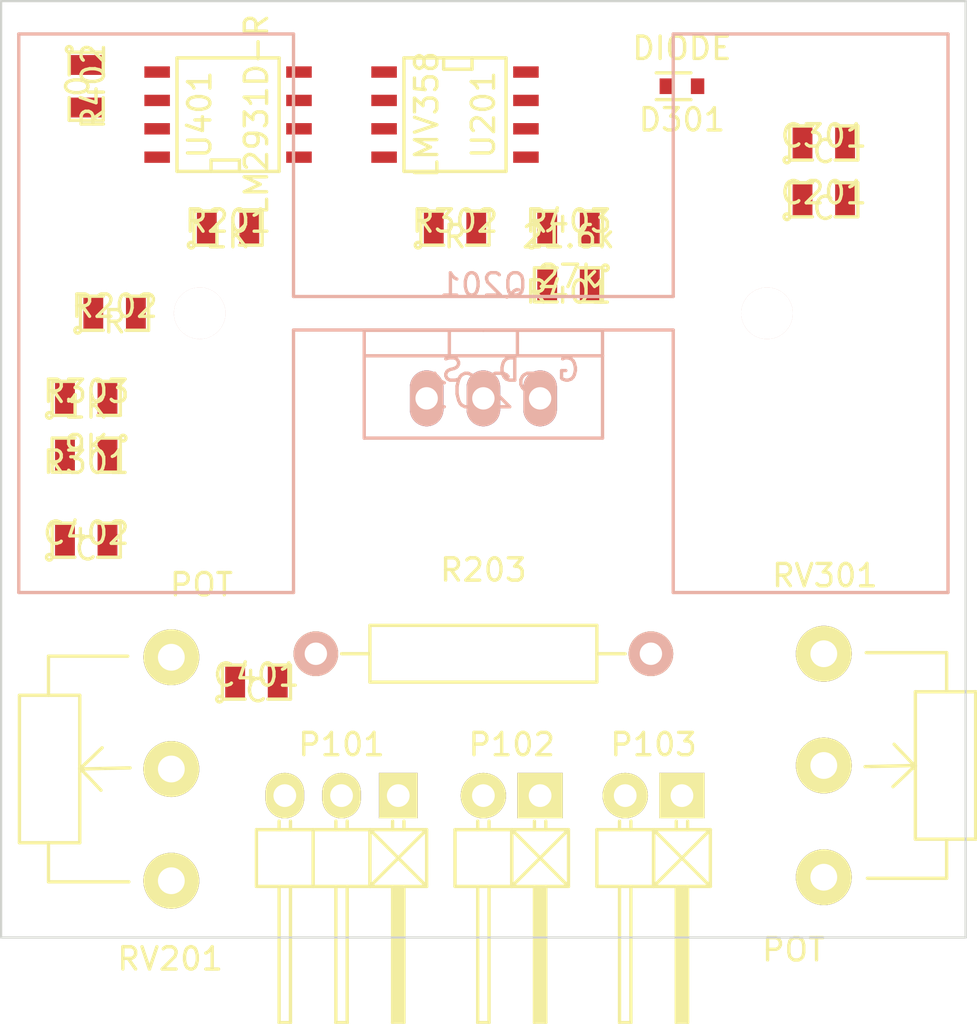
<source format=kicad_pcb>
(kicad_pcb (version 4) (host pcbnew 0.201502171246+5425~21~ubuntu14.04.1-product)

  (general
    (links 42)
    (no_connects 42)
    (area 94.262429 40.589999 139.208581 86.689001)
    (thickness 1.6)
    (drawings 4)
    (tracks 0)
    (zones 0)
    (modules 23)
    (nets 19)
  )

  (page A4)
  (layers
    (0 F.Cu signal)
    (31 B.Cu signal)
    (32 B.Adhes user)
    (33 F.Adhes user)
    (34 B.Paste user)
    (35 F.Paste user)
    (36 B.SilkS user hide)
    (37 F.SilkS user)
    (38 B.Mask user)
    (39 F.Mask user)
    (40 Dwgs.User user)
    (41 Cmts.User user)
    (42 Eco1.User user)
    (43 Eco2.User user)
    (44 Edge.Cuts user)
    (45 Margin user)
    (46 B.CrtYd user)
    (47 F.CrtYd user)
    (48 B.Fab user)
    (49 F.Fab user)
  )

  (setup
    (last_trace_width 0.254)
    (trace_clearance 0.254)
    (zone_clearance 0.508)
    (zone_45_only no)
    (trace_min 0.254)
    (segment_width 0.2)
    (edge_width 0.1)
    (via_size 0.889)
    (via_drill 0.635)
    (via_min_size 0.889)
    (via_min_drill 0.508)
    (uvia_size 0.508)
    (uvia_drill 0.127)
    (uvias_allowed no)
    (uvia_min_size 0.508)
    (uvia_min_drill 0.127)
    (pcb_text_width 0.3)
    (pcb_text_size 1.5 1.5)
    (mod_edge_width 0.15)
    (mod_text_size 1 1)
    (mod_text_width 0.15)
    (pad_size 1.5 1.5)
    (pad_drill 0.6)
    (pad_to_mask_clearance 0)
    (aux_axis_origin 0 0)
    (visible_elements FFFFF77F)
    (pcbplotparams
      (layerselection 0x00030_80000001)
      (usegerberextensions false)
      (excludeedgelayer true)
      (linewidth 0.100000)
      (plotframeref false)
      (viasonmask false)
      (mode 1)
      (useauxorigin false)
      (hpglpennumber 1)
      (hpglpenspeed 20)
      (hpglpendiameter 15)
      (hpglpenoverlay 2)
      (psnegative false)
      (psa4output false)
      (plotreference true)
      (plotvalue true)
      (plotinvisibletext false)
      (padsonsilk false)
      (subtractmaskfromsilk false)
      (outputformat 1)
      (mirror false)
      (drillshape 1)
      (scaleselection 1)
      (outputdirectory ""))
  )

  (net 0 "")
  (net 1 2.7V)
  (net 2 GND)
  (net 3 "/Power Regulation/Vin")
  (net 4 "/Current Control/FET_GATE")
  (net 5 "Net-(D301-Pad2)")
  (net 6 "Net-(P101-Pad1)")
  (net 7 "/Current Control/Current_Sink+")
  (net 8 "Net-(Q201-PadS)")
  (net 9 "Net-(R201-Pad2)")
  (net 10 "Net-(R202-Pad1)")
  (net 11 "Net-(R301-Pad2)")
  (net 12 "Net-(R302-Pad1)")
  (net 13 "Net-(R401-Pad1)")
  (net 14 "Net-(R401-Pad2)")
  (net 15 "Net-(R402-Pad1)")
  (net 16 "Net-(RV201-Pad1)")
  (net 17 "Net-(RV301-Pad1)")
  (net 18 "Net-(U401-Pad1)")

  (net_class Default "This is the default net class."
    (clearance 0.254)
    (trace_width 0.254)
    (via_dia 0.889)
    (via_drill 0.635)
    (uvia_dia 0.508)
    (uvia_drill 0.127)
    (add_net "/Current Control/Current_Sink+")
    (add_net "/Current Control/FET_GATE")
    (add_net "/Power Regulation/Vin")
    (add_net 2.7V)
    (add_net GND)
    (add_net "Net-(D301-Pad2)")
    (add_net "Net-(P101-Pad1)")
    (add_net "Net-(Q201-PadS)")
    (add_net "Net-(R201-Pad2)")
    (add_net "Net-(R202-Pad1)")
    (add_net "Net-(R301-Pad2)")
    (add_net "Net-(R302-Pad1)")
    (add_net "Net-(R401-Pad1)")
    (add_net "Net-(R401-Pad2)")
    (add_net "Net-(R402-Pad1)")
    (add_net "Net-(RV201-Pad1)")
    (add_net "Net-(RV301-Pad1)")
    (add_net "Net-(U401-Pad1)")
  )

  (module SMD_Packages:SMD-0805 (layer F.Cu) (tedit 54E3B9ED) (tstamp 54E3BA3F)
    (at 132.08 49.53)
    (path /54E38472/54E393B0)
    (attr smd)
    (fp_text reference C201 (at 0 -0.3175) (layer F.SilkS)
      (effects (font (size 1 1) (thickness 0.15)))
    )
    (fp_text value C (at 0 0.381) (layer F.SilkS)
      (effects (font (size 1 1) (thickness 0.15)))
    )
    (fp_circle (center -1.651 0.762) (end -1.651 0.635) (layer F.SilkS) (width 0.15))
    (fp_line (start -0.508 0.762) (end -1.524 0.762) (layer F.SilkS) (width 0.15))
    (fp_line (start -1.524 0.762) (end -1.524 -0.762) (layer F.SilkS) (width 0.15))
    (fp_line (start -1.524 -0.762) (end -0.508 -0.762) (layer F.SilkS) (width 0.15))
    (fp_line (start 0.508 -0.762) (end 1.524 -0.762) (layer F.SilkS) (width 0.15))
    (fp_line (start 1.524 -0.762) (end 1.524 0.762) (layer F.SilkS) (width 0.15))
    (fp_line (start 1.524 0.762) (end 0.508 0.762) (layer F.SilkS) (width 0.15))
    (pad 1 smd rect (at -0.9525 0) (size 0.889 1.397) (layers F.Cu F.Paste F.Mask)
      (net 1 2.7V))
    (pad 2 smd rect (at 0.9525 0) (size 0.889 1.397) (layers F.Cu F.Paste F.Mask)
      (net 2 GND))
    (model SMD_Packages/SMD-0805.wrl
      (at (xyz 0 0 0))
      (scale (xyz 0.1 0.1 0.1))
      (rotate (xyz 0 0 0))
    )
  )

  (module SMD_Packages:SMD-0805 (layer F.Cu) (tedit 54E3B9ED) (tstamp 54E3BA45)
    (at 132.08 46.99)
    (path /54E38475/54E3B0CD)
    (attr smd)
    (fp_text reference C301 (at 0 -0.3175) (layer F.SilkS)
      (effects (font (size 1 1) (thickness 0.15)))
    )
    (fp_text value C (at 0 0.381) (layer F.SilkS)
      (effects (font (size 1 1) (thickness 0.15)))
    )
    (fp_circle (center -1.651 0.762) (end -1.651 0.635) (layer F.SilkS) (width 0.15))
    (fp_line (start -0.508 0.762) (end -1.524 0.762) (layer F.SilkS) (width 0.15))
    (fp_line (start -1.524 0.762) (end -1.524 -0.762) (layer F.SilkS) (width 0.15))
    (fp_line (start -1.524 -0.762) (end -0.508 -0.762) (layer F.SilkS) (width 0.15))
    (fp_line (start 0.508 -0.762) (end 1.524 -0.762) (layer F.SilkS) (width 0.15))
    (fp_line (start 1.524 -0.762) (end 1.524 0.762) (layer F.SilkS) (width 0.15))
    (fp_line (start 1.524 0.762) (end 0.508 0.762) (layer F.SilkS) (width 0.15))
    (pad 1 smd rect (at -0.9525 0) (size 0.889 1.397) (layers F.Cu F.Paste F.Mask)
      (net 1 2.7V))
    (pad 2 smd rect (at 0.9525 0) (size 0.889 1.397) (layers F.Cu F.Paste F.Mask)
      (net 2 GND))
    (model SMD_Packages/SMD-0805.wrl
      (at (xyz 0 0 0))
      (scale (xyz 0.1 0.1 0.1))
      (rotate (xyz 0 0 0))
    )
  )

  (module SMD_Packages:SMD-0805 (layer F.Cu) (tedit 54E3B9ED) (tstamp 54E79BF3)
    (at 106.68 71.12)
    (path /54E38478/54E39CB0)
    (attr smd)
    (fp_text reference C401 (at 0 -0.3175) (layer F.SilkS)
      (effects (font (size 1 1) (thickness 0.15)))
    )
    (fp_text value C (at 0 0.381) (layer F.SilkS)
      (effects (font (size 1 1) (thickness 0.15)))
    )
    (fp_circle (center -1.651 0.762) (end -1.651 0.635) (layer F.SilkS) (width 0.15))
    (fp_line (start -0.508 0.762) (end -1.524 0.762) (layer F.SilkS) (width 0.15))
    (fp_line (start -1.524 0.762) (end -1.524 -0.762) (layer F.SilkS) (width 0.15))
    (fp_line (start -1.524 -0.762) (end -0.508 -0.762) (layer F.SilkS) (width 0.15))
    (fp_line (start 0.508 -0.762) (end 1.524 -0.762) (layer F.SilkS) (width 0.15))
    (fp_line (start 1.524 -0.762) (end 1.524 0.762) (layer F.SilkS) (width 0.15))
    (fp_line (start 1.524 0.762) (end 0.508 0.762) (layer F.SilkS) (width 0.15))
    (pad 1 smd rect (at -0.9525 0) (size 0.889 1.397) (layers F.Cu F.Paste F.Mask)
      (net 3 "/Power Regulation/Vin"))
    (pad 2 smd rect (at 0.9525 0) (size 0.889 1.397) (layers F.Cu F.Paste F.Mask)
      (net 2 GND))
    (model SMD_Packages/SMD-0805.wrl
      (at (xyz 0 0 0))
      (scale (xyz 0.1 0.1 0.1))
      (rotate (xyz 0 0 0))
    )
  )

  (module SMD_Packages:SMD-0805 (layer F.Cu) (tedit 54E3B9ED) (tstamp 54E3BA51)
    (at 99.06 64.77)
    (path /54E38478/54E39CB7)
    (attr smd)
    (fp_text reference C402 (at 0 -0.3175) (layer F.SilkS)
      (effects (font (size 1 1) (thickness 0.15)))
    )
    (fp_text value C (at 0 0.381) (layer F.SilkS)
      (effects (font (size 1 1) (thickness 0.15)))
    )
    (fp_circle (center -1.651 0.762) (end -1.651 0.635) (layer F.SilkS) (width 0.15))
    (fp_line (start -0.508 0.762) (end -1.524 0.762) (layer F.SilkS) (width 0.15))
    (fp_line (start -1.524 0.762) (end -1.524 -0.762) (layer F.SilkS) (width 0.15))
    (fp_line (start -1.524 -0.762) (end -0.508 -0.762) (layer F.SilkS) (width 0.15))
    (fp_line (start 0.508 -0.762) (end 1.524 -0.762) (layer F.SilkS) (width 0.15))
    (fp_line (start 1.524 -0.762) (end 1.524 0.762) (layer F.SilkS) (width 0.15))
    (fp_line (start 1.524 0.762) (end 0.508 0.762) (layer F.SilkS) (width 0.15))
    (pad 1 smd rect (at -0.9525 0) (size 0.889 1.397) (layers F.Cu F.Paste F.Mask)
      (net 1 2.7V))
    (pad 2 smd rect (at 0.9525 0) (size 0.889 1.397) (layers F.Cu F.Paste F.Mask)
      (net 2 GND))
    (model SMD_Packages/SMD-0805.wrl
      (at (xyz 0 0 0))
      (scale (xyz 0.1 0.1 0.1))
      (rotate (xyz 0 0 0))
    )
  )

  (module SMD_Packages:SOD-523 (layer F.Cu) (tedit 54E3B9ED) (tstamp 54E3BA57)
    (at 125.73 44.45 180)
    (descr "http://www.diodes.com/datasheets/ap02001.pdf p.144")
    (tags "Diode SOD523")
    (path /54E38475/54E3AD95)
    (fp_text reference D301 (at 0 -1.5 180) (layer F.SilkS)
      (effects (font (size 1 1) (thickness 0.15)))
    )
    (fp_text value DIODE (at 0 1.7 180) (layer F.SilkS)
      (effects (font (size 1 1) (thickness 0.15)))
    )
    (fp_line (start -0.4 0.6) (end 1.15 0.6) (layer F.SilkS) (width 0.15))
    (fp_line (start -0.4 -0.6) (end 1.15 -0.6) (layer F.SilkS) (width 0.15))
    (pad 1 smd rect (at -0.7 0 180) (size 0.6 0.7) (layers F.Cu F.Paste F.Mask)
      (net 4 "/Current Control/FET_GATE"))
    (pad 2 smd rect (at 0.7 0 180) (size 0.6 0.7) (layers F.Cu F.Paste F.Mask)
      (net 5 "Net-(D301-Pad2)"))
  )

  (module Pin_Headers:Pin_Header_Angled_1x03 (layer F.Cu) (tedit 54E3B9ED) (tstamp 54E3BA5E)
    (at 110.49 76.2 180)
    (descr "Through hole pin header")
    (tags "pin header")
    (path /54E39144)
    (fp_text reference P101 (at 0 2.286 180) (layer F.SilkS)
      (effects (font (size 1 1) (thickness 0.15)))
    )
    (fp_text value CONN_01X03 (at 0 0 180) (layer F.SilkS) hide
      (effects (font (size 1 1) (thickness 0.15)))
    )
    (fp_line (start -1.27 -4.064) (end -3.81 -1.524) (layer F.SilkS) (width 0.15))
    (fp_line (start -3.81 -4.064) (end -1.27 -1.524) (layer F.SilkS) (width 0.15))
    (fp_line (start -2.667 -4.191) (end -2.667 -10.033) (layer F.SilkS) (width 0.15))
    (fp_line (start -2.667 -10.033) (end -2.413 -10.033) (layer F.SilkS) (width 0.15))
    (fp_line (start -2.413 -10.033) (end -2.413 -4.191) (layer F.SilkS) (width 0.15))
    (fp_line (start -2.413 -4.191) (end -2.54 -4.191) (layer F.SilkS) (width 0.15))
    (fp_line (start -2.54 -4.191) (end -2.54 -10.033) (layer F.SilkS) (width 0.15))
    (fp_line (start -2.794 -1.524) (end -2.794 -1.143) (layer F.SilkS) (width 0.15))
    (fp_line (start -2.286 -1.524) (end -2.286 -1.143) (layer F.SilkS) (width 0.15))
    (fp_line (start -0.254 -1.524) (end -0.254 -1.143) (layer F.SilkS) (width 0.15))
    (fp_line (start 0.254 -1.524) (end 0.254 -1.143) (layer F.SilkS) (width 0.15))
    (fp_line (start 2.286 -1.524) (end 2.286 -1.143) (layer F.SilkS) (width 0.15))
    (fp_line (start 2.794 -1.524) (end 2.794 -1.143) (layer F.SilkS) (width 0.15))
    (fp_line (start -1.27 -4.064) (end -3.81 -4.064) (layer F.SilkS) (width 0.15))
    (fp_line (start -2.286 -10.16) (end -2.286 -4.064) (layer F.SilkS) (width 0.15))
    (fp_line (start -2.794 -10.16) (end -2.286 -10.16) (layer F.SilkS) (width 0.15))
    (fp_line (start -2.794 -4.064) (end -2.794 -10.16) (layer F.SilkS) (width 0.15))
    (fp_line (start -1.27 -1.524) (end -1.27 -4.064) (layer F.SilkS) (width 0.15))
    (fp_line (start -3.81 -1.524) (end -1.27 -1.524) (layer F.SilkS) (width 0.15))
    (fp_line (start -3.81 -1.524) (end -3.81 -4.064) (layer F.SilkS) (width 0.15))
    (fp_line (start 1.27 -1.524) (end 1.27 -4.064) (layer F.SilkS) (width 0.15))
    (fp_line (start 1.27 -1.524) (end 3.81 -1.524) (layer F.SilkS) (width 0.15))
    (fp_line (start 2.286 -4.064) (end 2.286 -10.16) (layer F.SilkS) (width 0.15))
    (fp_line (start 2.286 -10.16) (end 2.794 -10.16) (layer F.SilkS) (width 0.15))
    (fp_line (start 2.794 -10.16) (end 2.794 -4.064) (layer F.SilkS) (width 0.15))
    (fp_line (start 3.81 -4.064) (end 1.27 -4.064) (layer F.SilkS) (width 0.15))
    (fp_line (start 1.27 -4.064) (end -1.27 -4.064) (layer F.SilkS) (width 0.15))
    (fp_line (start 0.254 -10.16) (end 0.254 -4.064) (layer F.SilkS) (width 0.15))
    (fp_line (start -0.254 -10.16) (end 0.254 -10.16) (layer F.SilkS) (width 0.15))
    (fp_line (start -0.254 -4.064) (end -0.254 -10.16) (layer F.SilkS) (width 0.15))
    (fp_line (start 1.27 -1.524) (end 1.27 -4.064) (layer F.SilkS) (width 0.15))
    (fp_line (start -1.27 -1.524) (end 1.27 -1.524) (layer F.SilkS) (width 0.15))
    (fp_line (start -1.27 -1.524) (end -1.27 -4.064) (layer F.SilkS) (width 0.15))
    (fp_line (start 3.81 -1.524) (end 3.81 -4.064) (layer F.SilkS) (width 0.15))
    (pad 1 thru_hole rect (at -2.54 0 180) (size 1.7272 2.032) (drill 1.016) (layers *.Cu *.Mask F.SilkS)
      (net 6 "Net-(P101-Pad1)"))
    (pad 2 thru_hole oval (at 0 0 180) (size 1.7272 2.032) (drill 1.016) (layers *.Cu *.Mask F.SilkS)
      (net 3 "/Power Regulation/Vin"))
    (pad 3 thru_hole oval (at 2.54 0 180) (size 1.7272 2.032) (drill 1.016) (layers *.Cu *.Mask F.SilkS)
      (net 7 "/Current Control/Current_Sink+"))
    (model Pin_Headers/Pin_Header_Angled_1x03.wrl
      (at (xyz 0 0 0))
      (scale (xyz 1 1 1))
      (rotate (xyz 0 0 0))
    )
  )

  (module Pin_Headers:Pin_Header_Angled_1x02 (layer F.Cu) (tedit 54E3B9ED) (tstamp 54E3BA64)
    (at 118.11 76.2 180)
    (descr "Through hole pin header")
    (tags "pin header")
    (path /54E39227)
    (fp_text reference P102 (at 0 2.286 180) (layer F.SilkS)
      (effects (font (size 1 1) (thickness 0.15)))
    )
    (fp_text value CONN_01X02 (at 0 0 180) (layer F.SilkS) hide
      (effects (font (size 1 1) (thickness 0.15)))
    )
    (fp_line (start 0 -4.064) (end -2.54 -1.524) (layer F.SilkS) (width 0.15))
    (fp_line (start -2.54 -4.064) (end 0 -1.524) (layer F.SilkS) (width 0.15))
    (fp_line (start -1.397 -4.191) (end -1.397 -10.033) (layer F.SilkS) (width 0.15))
    (fp_line (start -1.397 -10.033) (end -1.143 -10.033) (layer F.SilkS) (width 0.15))
    (fp_line (start -1.143 -10.033) (end -1.143 -4.191) (layer F.SilkS) (width 0.15))
    (fp_line (start -1.143 -4.191) (end -1.27 -4.191) (layer F.SilkS) (width 0.15))
    (fp_line (start -1.27 -4.191) (end -1.27 -10.033) (layer F.SilkS) (width 0.15))
    (fp_line (start -1.524 -1.524) (end -1.524 -1.143) (layer F.SilkS) (width 0.15))
    (fp_line (start -1.016 -1.524) (end -1.016 -1.143) (layer F.SilkS) (width 0.15))
    (fp_line (start 1.016 -1.524) (end 1.016 -1.143) (layer F.SilkS) (width 0.15))
    (fp_line (start 1.524 -1.524) (end 1.524 -1.143) (layer F.SilkS) (width 0.15))
    (fp_line (start -2.54 -1.524) (end -2.54 -4.064) (layer F.SilkS) (width 0.15))
    (fp_line (start 0 -1.524) (end 0 -4.064) (layer F.SilkS) (width 0.15))
    (fp_line (start 0 -1.524) (end 2.54 -1.524) (layer F.SilkS) (width 0.15))
    (fp_line (start 2.54 -1.524) (end 2.54 -4.064) (layer F.SilkS) (width 0.15))
    (fp_line (start 1.016 -4.064) (end 1.016 -10.16) (layer F.SilkS) (width 0.15))
    (fp_line (start 1.016 -10.16) (end 1.524 -10.16) (layer F.SilkS) (width 0.15))
    (fp_line (start 1.524 -10.16) (end 1.524 -4.064) (layer F.SilkS) (width 0.15))
    (fp_line (start 2.54 -4.064) (end 0 -4.064) (layer F.SilkS) (width 0.15))
    (fp_line (start 0 -4.064) (end -2.54 -4.064) (layer F.SilkS) (width 0.15))
    (fp_line (start -1.016 -10.16) (end -1.016 -4.064) (layer F.SilkS) (width 0.15))
    (fp_line (start -1.524 -10.16) (end -1.016 -10.16) (layer F.SilkS) (width 0.15))
    (fp_line (start -1.524 -4.064) (end -1.524 -10.16) (layer F.SilkS) (width 0.15))
    (fp_line (start 0 -1.524) (end 0 -4.064) (layer F.SilkS) (width 0.15))
    (fp_line (start -2.54 -1.524) (end 0 -1.524) (layer F.SilkS) (width 0.15))
    (pad 1 thru_hole rect (at -1.27 0 180) (size 2.032 2.032) (drill 1.016) (layers *.Cu *.Mask F.SilkS)
      (net 2 GND))
    (pad 2 thru_hole oval (at 1.27 0 180) (size 2.032 2.032) (drill 1.016) (layers *.Cu *.Mask F.SilkS)
      (net 6 "Net-(P101-Pad1)"))
    (model Pin_Headers/Pin_Header_Angled_1x02.wrl
      (at (xyz 0 0 0))
      (scale (xyz 1 1 1))
      (rotate (xyz 0 0 0))
    )
  )

  (module Pin_Headers:Pin_Header_Angled_1x02 (layer F.Cu) (tedit 54E3B9ED) (tstamp 54E3BA6A)
    (at 124.46 76.2 180)
    (descr "Through hole pin header")
    (tags "pin header")
    (path /54D118EE)
    (fp_text reference P103 (at 0 2.286 180) (layer F.SilkS)
      (effects (font (size 1 1) (thickness 0.15)))
    )
    (fp_text value CONN_01X02 (at 0 0 180) (layer F.SilkS) hide
      (effects (font (size 1 1) (thickness 0.15)))
    )
    (fp_line (start 0 -4.064) (end -2.54 -1.524) (layer F.SilkS) (width 0.15))
    (fp_line (start -2.54 -4.064) (end 0 -1.524) (layer F.SilkS) (width 0.15))
    (fp_line (start -1.397 -4.191) (end -1.397 -10.033) (layer F.SilkS) (width 0.15))
    (fp_line (start -1.397 -10.033) (end -1.143 -10.033) (layer F.SilkS) (width 0.15))
    (fp_line (start -1.143 -10.033) (end -1.143 -4.191) (layer F.SilkS) (width 0.15))
    (fp_line (start -1.143 -4.191) (end -1.27 -4.191) (layer F.SilkS) (width 0.15))
    (fp_line (start -1.27 -4.191) (end -1.27 -10.033) (layer F.SilkS) (width 0.15))
    (fp_line (start -1.524 -1.524) (end -1.524 -1.143) (layer F.SilkS) (width 0.15))
    (fp_line (start -1.016 -1.524) (end -1.016 -1.143) (layer F.SilkS) (width 0.15))
    (fp_line (start 1.016 -1.524) (end 1.016 -1.143) (layer F.SilkS) (width 0.15))
    (fp_line (start 1.524 -1.524) (end 1.524 -1.143) (layer F.SilkS) (width 0.15))
    (fp_line (start -2.54 -1.524) (end -2.54 -4.064) (layer F.SilkS) (width 0.15))
    (fp_line (start 0 -1.524) (end 0 -4.064) (layer F.SilkS) (width 0.15))
    (fp_line (start 0 -1.524) (end 2.54 -1.524) (layer F.SilkS) (width 0.15))
    (fp_line (start 2.54 -1.524) (end 2.54 -4.064) (layer F.SilkS) (width 0.15))
    (fp_line (start 1.016 -4.064) (end 1.016 -10.16) (layer F.SilkS) (width 0.15))
    (fp_line (start 1.016 -10.16) (end 1.524 -10.16) (layer F.SilkS) (width 0.15))
    (fp_line (start 1.524 -10.16) (end 1.524 -4.064) (layer F.SilkS) (width 0.15))
    (fp_line (start 2.54 -4.064) (end 0 -4.064) (layer F.SilkS) (width 0.15))
    (fp_line (start 0 -4.064) (end -2.54 -4.064) (layer F.SilkS) (width 0.15))
    (fp_line (start -1.016 -10.16) (end -1.016 -4.064) (layer F.SilkS) (width 0.15))
    (fp_line (start -1.524 -10.16) (end -1.016 -10.16) (layer F.SilkS) (width 0.15))
    (fp_line (start -1.524 -4.064) (end -1.524 -10.16) (layer F.SilkS) (width 0.15))
    (fp_line (start 0 -1.524) (end 0 -4.064) (layer F.SilkS) (width 0.15))
    (fp_line (start -2.54 -1.524) (end 0 -1.524) (layer F.SilkS) (width 0.15))
    (pad 1 thru_hole rect (at -1.27 0 180) (size 2.032 2.032) (drill 1.016) (layers *.Cu *.Mask F.SilkS)
      (net 7 "/Current Control/Current_Sink+"))
    (pad 2 thru_hole oval (at 1.27 0 180) (size 2.032 2.032) (drill 1.016) (layers *.Cu *.Mask F.SilkS)
      (net 2 GND))
    (model Pin_Headers/Pin_Header_Angled_1x02.wrl
      (at (xyz 0 0 0))
      (scale (xyz 1 1 1))
      (rotate (xyz 0 0 0))
    )
  )

  (module Transistors_TO-220:TO-220_FET-GDS_Vertical (layer B.Cu) (tedit 54E3B9ED) (tstamp 54E3BA71)
    (at 116.84 58.42 180)
    (descr "TO-220, FET-GDS, Vertical,")
    (tags "TO-220, FET-GDS, Vertical,")
    (path /54E38472/54E393A3)
    (fp_text reference Q201 (at 0 5.08 180) (layer B.SilkS)
      (effects (font (size 1 1) (thickness 0.15)) (justify mirror))
    )
    (fp_text value BUK9575 (at 0 -3.81 180) (layer B.SilkS) hide
      (effects (font (size 1 1) (thickness 0.15)) (justify mirror))
    )
    (fp_text user S (at 1.397 1.27 180) (layer B.SilkS)
      (effects (font (size 1 1) (thickness 0.15)) (justify mirror))
    )
    (fp_text user D (at -1.143 1.27 180) (layer B.SilkS)
      (effects (font (size 1 1) (thickness 0.15)) (justify mirror))
    )
    (fp_text user G (at -3.81 1.27 180) (layer B.SilkS)
      (effects (font (size 1 1) (thickness 0.15)) (justify mirror))
    )
    (fp_line (start -1.524 3.048) (end -1.524 1.905) (layer B.SilkS) (width 0.15))
    (fp_line (start 1.524 3.048) (end 1.524 1.905) (layer B.SilkS) (width 0.15))
    (fp_line (start 5.334 1.905) (end 5.334 -1.778) (layer B.SilkS) (width 0.15))
    (fp_line (start 5.334 -1.778) (end -5.334 -1.778) (layer B.SilkS) (width 0.15))
    (fp_line (start -5.334 -1.778) (end -5.334 1.905) (layer B.SilkS) (width 0.15))
    (fp_line (start 5.334 3.048) (end 5.334 1.905) (layer B.SilkS) (width 0.15))
    (fp_line (start 5.334 1.905) (end -5.334 1.905) (layer B.SilkS) (width 0.15))
    (fp_line (start -5.334 1.905) (end -5.334 3.048) (layer B.SilkS) (width 0.15))
    (fp_line (start 0 3.048) (end -5.334 3.048) (layer B.SilkS) (width 0.15))
    (fp_line (start 0 3.048) (end 5.334 3.048) (layer B.SilkS) (width 0.15))
    (pad D thru_hole oval (at 0 0 90) (size 2.49936 1.50114) (drill 1.00076) (layers *.Cu *.Mask B.SilkS)
      (net 7 "/Current Control/Current_Sink+"))
    (pad G thru_hole oval (at -2.54 0 90) (size 2.49936 1.50114) (drill 1.00076) (layers *.Cu *.Mask B.SilkS)
      (net 4 "/Current Control/FET_GATE"))
    (pad S thru_hole oval (at 2.54 0 90) (size 2.49936 1.50114) (drill 1.00076) (layers *.Cu *.Mask B.SilkS)
      (net 8 "Net-(Q201-PadS)"))
    (model Transistors_TO-220/TO-220_FET-GDS_Vertical.wrl
      (at (xyz 0 0 0))
      (scale (xyz 0.3937 0.3937 0.3937))
      (rotate (xyz 0 0 0))
    )
  )

  (module SMD_Packages:SMD-0805 (layer F.Cu) (tedit 54E3B9ED) (tstamp 54E3BA77)
    (at 105.41 50.8)
    (path /54E38472/54E39622)
    (attr smd)
    (fp_text reference R201 (at 0 -0.3175) (layer F.SilkS)
      (effects (font (size 1 1) (thickness 0.15)))
    )
    (fp_text value 1K (at 0 0.381) (layer F.SilkS)
      (effects (font (size 1 1) (thickness 0.15)))
    )
    (fp_circle (center -1.651 0.762) (end -1.651 0.635) (layer F.SilkS) (width 0.15))
    (fp_line (start -0.508 0.762) (end -1.524 0.762) (layer F.SilkS) (width 0.15))
    (fp_line (start -1.524 0.762) (end -1.524 -0.762) (layer F.SilkS) (width 0.15))
    (fp_line (start -1.524 -0.762) (end -0.508 -0.762) (layer F.SilkS) (width 0.15))
    (fp_line (start 0.508 -0.762) (end 1.524 -0.762) (layer F.SilkS) (width 0.15))
    (fp_line (start 1.524 -0.762) (end 1.524 0.762) (layer F.SilkS) (width 0.15))
    (fp_line (start 1.524 0.762) (end 0.508 0.762) (layer F.SilkS) (width 0.15))
    (pad 1 smd rect (at -0.9525 0) (size 0.889 1.397) (layers F.Cu F.Paste F.Mask)
      (net 4 "/Current Control/FET_GATE"))
    (pad 2 smd rect (at 0.9525 0) (size 0.889 1.397) (layers F.Cu F.Paste F.Mask)
      (net 9 "Net-(R201-Pad2)"))
    (model SMD_Packages/SMD-0805.wrl
      (at (xyz 0 0 0))
      (scale (xyz 0.1 0.1 0.1))
      (rotate (xyz 0 0 0))
    )
  )

  (module SMD_Packages:SMD-0805 (layer F.Cu) (tedit 54E3B9ED) (tstamp 54E3BA7D)
    (at 100.33 54.61)
    (path /54E38472/54E39380)
    (attr smd)
    (fp_text reference R202 (at 0 -0.3175) (layer F.SilkS)
      (effects (font (size 1 1) (thickness 0.15)))
    )
    (fp_text value R (at 0 0.381) (layer F.SilkS)
      (effects (font (size 1 1) (thickness 0.15)))
    )
    (fp_circle (center -1.651 0.762) (end -1.651 0.635) (layer F.SilkS) (width 0.15))
    (fp_line (start -0.508 0.762) (end -1.524 0.762) (layer F.SilkS) (width 0.15))
    (fp_line (start -1.524 0.762) (end -1.524 -0.762) (layer F.SilkS) (width 0.15))
    (fp_line (start -1.524 -0.762) (end -0.508 -0.762) (layer F.SilkS) (width 0.15))
    (fp_line (start 0.508 -0.762) (end 1.524 -0.762) (layer F.SilkS) (width 0.15))
    (fp_line (start 1.524 -0.762) (end 1.524 0.762) (layer F.SilkS) (width 0.15))
    (fp_line (start 1.524 0.762) (end 0.508 0.762) (layer F.SilkS) (width 0.15))
    (pad 1 smd rect (at -0.9525 0) (size 0.889 1.397) (layers F.Cu F.Paste F.Mask)
      (net 10 "Net-(R202-Pad1)"))
    (pad 2 smd rect (at 0.9525 0) (size 0.889 1.397) (layers F.Cu F.Paste F.Mask)
      (net 2 GND))
    (model SMD_Packages/SMD-0805.wrl
      (at (xyz 0 0 0))
      (scale (xyz 0.1 0.1 0.1))
      (rotate (xyz 0 0 0))
    )
  )

  (module Resistors_ThroughHole:Resistor_Horizontal_RM15mm (layer F.Cu) (tedit 53F56292) (tstamp 54E3BA83)
    (at 116.84 69.85)
    (descr "Resistor, Axial, RM 15mm,")
    (tags "Resistor, Axial, RM 15mm,")
    (path /54E38472/54E39388)
    (fp_text reference R203 (at 0 -3.74904) (layer F.SilkS)
      (effects (font (size 1 1) (thickness 0.15)))
    )
    (fp_text value .1 (at 0 4.0005) (layer F.SilkS) hide
      (effects (font (size 1 1) (thickness 0.15)))
    )
    (fp_line (start -5.08 -1.27) (end -5.08 1.27) (layer F.SilkS) (width 0.15))
    (fp_line (start -5.08 1.27) (end 5.08 1.27) (layer F.SilkS) (width 0.15))
    (fp_line (start 5.08 1.27) (end 5.08 -1.27) (layer F.SilkS) (width 0.15))
    (fp_line (start 5.08 -1.27) (end -5.08 -1.27) (layer F.SilkS) (width 0.15))
    (fp_line (start 6.35 0) (end 5.08 0) (layer F.SilkS) (width 0.15))
    (fp_line (start -6.35 0) (end -5.08 0) (layer F.SilkS) (width 0.15))
    (pad 1 thru_hole circle (at -7.5 0) (size 1.99898 1.99898) (drill 1.00076) (layers *.Cu *.SilkS *.Mask)
      (net 8 "Net-(Q201-PadS)"))
    (pad 2 thru_hole circle (at 7.5 0) (size 1.99898 1.99898) (drill 1.00076) (layers *.Cu *.SilkS *.Mask)
      (net 2 GND))
    (model Resistors_ThroughHole/Resistor_Horizontal_RM15mm.wrl
      (at (xyz 0 0 0))
      (scale (xyz 0.4 0.4 0.4))
      (rotate (xyz 0 0 0))
    )
  )

  (module SMD_Packages:SMD-0805 (layer F.Cu) (tedit 54E3B9ED) (tstamp 54E3BA89)
    (at 99.06 60.96 180)
    (path /54E38475/54E3B1F8)
    (attr smd)
    (fp_text reference R301 (at 0 -0.3175 180) (layer F.SilkS)
      (effects (font (size 1 1) (thickness 0.15)))
    )
    (fp_text value 9K (at 0 0.381 180) (layer F.SilkS)
      (effects (font (size 1 1) (thickness 0.15)))
    )
    (fp_circle (center -1.651 0.762) (end -1.651 0.635) (layer F.SilkS) (width 0.15))
    (fp_line (start -0.508 0.762) (end -1.524 0.762) (layer F.SilkS) (width 0.15))
    (fp_line (start -1.524 0.762) (end -1.524 -0.762) (layer F.SilkS) (width 0.15))
    (fp_line (start -1.524 -0.762) (end -0.508 -0.762) (layer F.SilkS) (width 0.15))
    (fp_line (start 0.508 -0.762) (end 1.524 -0.762) (layer F.SilkS) (width 0.15))
    (fp_line (start 1.524 -0.762) (end 1.524 0.762) (layer F.SilkS) (width 0.15))
    (fp_line (start 1.524 0.762) (end 0.508 0.762) (layer F.SilkS) (width 0.15))
    (pad 1 smd rect (at -0.9525 0 180) (size 0.889 1.397) (layers F.Cu F.Paste F.Mask)
      (net 7 "/Current Control/Current_Sink+"))
    (pad 2 smd rect (at 0.9525 0 180) (size 0.889 1.397) (layers F.Cu F.Paste F.Mask)
      (net 11 "Net-(R301-Pad2)"))
    (model SMD_Packages/SMD-0805.wrl
      (at (xyz 0 0 0))
      (scale (xyz 0.1 0.1 0.1))
      (rotate (xyz 0 0 0))
    )
  )

  (module SMD_Packages:SMD-0805 (layer F.Cu) (tedit 54E3B9ED) (tstamp 54E3BA8F)
    (at 115.57 50.8)
    (path /54E38475/54E3B0B9)
    (attr smd)
    (fp_text reference R302 (at 0 -0.3175) (layer F.SilkS)
      (effects (font (size 1 1) (thickness 0.15)))
    )
    (fp_text value R (at 0 0.381) (layer F.SilkS)
      (effects (font (size 1 1) (thickness 0.15)))
    )
    (fp_circle (center -1.651 0.762) (end -1.651 0.635) (layer F.SilkS) (width 0.15))
    (fp_line (start -0.508 0.762) (end -1.524 0.762) (layer F.SilkS) (width 0.15))
    (fp_line (start -1.524 0.762) (end -1.524 -0.762) (layer F.SilkS) (width 0.15))
    (fp_line (start -1.524 -0.762) (end -0.508 -0.762) (layer F.SilkS) (width 0.15))
    (fp_line (start 0.508 -0.762) (end 1.524 -0.762) (layer F.SilkS) (width 0.15))
    (fp_line (start 1.524 -0.762) (end 1.524 0.762) (layer F.SilkS) (width 0.15))
    (fp_line (start 1.524 0.762) (end 0.508 0.762) (layer F.SilkS) (width 0.15))
    (pad 1 smd rect (at -0.9525 0) (size 0.889 1.397) (layers F.Cu F.Paste F.Mask)
      (net 12 "Net-(R302-Pad1)"))
    (pad 2 smd rect (at 0.9525 0) (size 0.889 1.397) (layers F.Cu F.Paste F.Mask)
      (net 2 GND))
    (model SMD_Packages/SMD-0805.wrl
      (at (xyz 0 0 0))
      (scale (xyz 0.1 0.1 0.1))
      (rotate (xyz 0 0 0))
    )
  )

  (module SMD_Packages:SMD-0805 (layer F.Cu) (tedit 54E3B9ED) (tstamp 54E3BA95)
    (at 99.06 58.42)
    (path /54E38475/54E3B24B)
    (attr smd)
    (fp_text reference R303 (at 0 -0.3175) (layer F.SilkS)
      (effects (font (size 1 1) (thickness 0.15)))
    )
    (fp_text value 1K (at 0 0.381) (layer F.SilkS)
      (effects (font (size 1 1) (thickness 0.15)))
    )
    (fp_circle (center -1.651 0.762) (end -1.651 0.635) (layer F.SilkS) (width 0.15))
    (fp_line (start -0.508 0.762) (end -1.524 0.762) (layer F.SilkS) (width 0.15))
    (fp_line (start -1.524 0.762) (end -1.524 -0.762) (layer F.SilkS) (width 0.15))
    (fp_line (start -1.524 -0.762) (end -0.508 -0.762) (layer F.SilkS) (width 0.15))
    (fp_line (start 0.508 -0.762) (end 1.524 -0.762) (layer F.SilkS) (width 0.15))
    (fp_line (start 1.524 -0.762) (end 1.524 0.762) (layer F.SilkS) (width 0.15))
    (fp_line (start 1.524 0.762) (end 0.508 0.762) (layer F.SilkS) (width 0.15))
    (pad 1 smd rect (at -0.9525 0) (size 0.889 1.397) (layers F.Cu F.Paste F.Mask)
      (net 11 "Net-(R301-Pad2)"))
    (pad 2 smd rect (at 0.9525 0) (size 0.889 1.397) (layers F.Cu F.Paste F.Mask)
      (net 2 GND))
    (model SMD_Packages/SMD-0805.wrl
      (at (xyz 0 0 0))
      (scale (xyz 0.1 0.1 0.1))
      (rotate (xyz 0 0 0))
    )
  )

  (module SMD_Packages:SMD-0805 (layer F.Cu) (tedit 54E3B9ED) (tstamp 54E3BA9B)
    (at 120.65 53.34 180)
    (path /54E38478/54E39CEA)
    (attr smd)
    (fp_text reference R401 (at 0 -0.3175 180) (layer F.SilkS)
      (effects (font (size 1 1) (thickness 0.15)))
    )
    (fp_text value 27k (at 0 0.381 180) (layer F.SilkS)
      (effects (font (size 1 1) (thickness 0.15)))
    )
    (fp_circle (center -1.651 0.762) (end -1.651 0.635) (layer F.SilkS) (width 0.15))
    (fp_line (start -0.508 0.762) (end -1.524 0.762) (layer F.SilkS) (width 0.15))
    (fp_line (start -1.524 0.762) (end -1.524 -0.762) (layer F.SilkS) (width 0.15))
    (fp_line (start -1.524 -0.762) (end -0.508 -0.762) (layer F.SilkS) (width 0.15))
    (fp_line (start 0.508 -0.762) (end 1.524 -0.762) (layer F.SilkS) (width 0.15))
    (fp_line (start 1.524 -0.762) (end 1.524 0.762) (layer F.SilkS) (width 0.15))
    (fp_line (start 1.524 0.762) (end 0.508 0.762) (layer F.SilkS) (width 0.15))
    (pad 1 smd rect (at -0.9525 0 180) (size 0.889 1.397) (layers F.Cu F.Paste F.Mask)
      (net 13 "Net-(R401-Pad1)"))
    (pad 2 smd rect (at 0.9525 0 180) (size 0.889 1.397) (layers F.Cu F.Paste F.Mask)
      (net 14 "Net-(R401-Pad2)"))
    (model SMD_Packages/SMD-0805.wrl
      (at (xyz 0 0 0))
      (scale (xyz 0.1 0.1 0.1))
      (rotate (xyz 0 0 0))
    )
  )

  (module SMD_Packages:SMD-0805 (layer F.Cu) (tedit 54E3B9ED) (tstamp 54E3BAA1)
    (at 99.06 44.45 270)
    (path /54E38478/54E39CC5)
    (attr smd)
    (fp_text reference R402 (at 0 -0.3175 270) (layer F.SilkS)
      (effects (font (size 1 1) (thickness 0.15)))
    )
    (fp_text value 0 (at 0 0.381 270) (layer F.SilkS)
      (effects (font (size 1 1) (thickness 0.15)))
    )
    (fp_circle (center -1.651 0.762) (end -1.651 0.635) (layer F.SilkS) (width 0.15))
    (fp_line (start -0.508 0.762) (end -1.524 0.762) (layer F.SilkS) (width 0.15))
    (fp_line (start -1.524 0.762) (end -1.524 -0.762) (layer F.SilkS) (width 0.15))
    (fp_line (start -1.524 -0.762) (end -0.508 -0.762) (layer F.SilkS) (width 0.15))
    (fp_line (start 0.508 -0.762) (end 1.524 -0.762) (layer F.SilkS) (width 0.15))
    (fp_line (start 1.524 -0.762) (end 1.524 0.762) (layer F.SilkS) (width 0.15))
    (fp_line (start 1.524 0.762) (end 0.508 0.762) (layer F.SilkS) (width 0.15))
    (pad 1 smd rect (at -0.9525 0 270) (size 0.889 1.397) (layers F.Cu F.Paste F.Mask)
      (net 15 "Net-(R402-Pad1)"))
    (pad 2 smd rect (at 0.9525 0 270) (size 0.889 1.397) (layers F.Cu F.Paste F.Mask)
      (net 2 GND))
    (model SMD_Packages/SMD-0805.wrl
      (at (xyz 0 0 0))
      (scale (xyz 0.1 0.1 0.1))
      (rotate (xyz 0 0 0))
    )
  )

  (module SMD_Packages:SMD-0805 (layer F.Cu) (tedit 54E3B9ED) (tstamp 54E3BAA7)
    (at 120.65 50.8)
    (path /54E38478/54E39CF1)
    (attr smd)
    (fp_text reference R403 (at 0 -0.3175) (layer F.SilkS)
      (effects (font (size 1 1) (thickness 0.15)))
    )
    (fp_text value 21.6k (at 0 0.381) (layer F.SilkS)
      (effects (font (size 1 1) (thickness 0.15)))
    )
    (fp_circle (center -1.651 0.762) (end -1.651 0.635) (layer F.SilkS) (width 0.15))
    (fp_line (start -0.508 0.762) (end -1.524 0.762) (layer F.SilkS) (width 0.15))
    (fp_line (start -1.524 0.762) (end -1.524 -0.762) (layer F.SilkS) (width 0.15))
    (fp_line (start -1.524 -0.762) (end -0.508 -0.762) (layer F.SilkS) (width 0.15))
    (fp_line (start 0.508 -0.762) (end 1.524 -0.762) (layer F.SilkS) (width 0.15))
    (fp_line (start 1.524 -0.762) (end 1.524 0.762) (layer F.SilkS) (width 0.15))
    (fp_line (start 1.524 0.762) (end 0.508 0.762) (layer F.SilkS) (width 0.15))
    (pad 1 smd rect (at -0.9525 0) (size 0.889 1.397) (layers F.Cu F.Paste F.Mask)
      (net 14 "Net-(R401-Pad2)"))
    (pad 2 smd rect (at 0.9525 0) (size 0.889 1.397) (layers F.Cu F.Paste F.Mask)
      (net 2 GND))
    (model SMD_Packages/SMD-0805.wrl
      (at (xyz 0 0 0))
      (scale (xyz 0.1 0.1 0.1))
      (rotate (xyz 0 0 0))
    )
  )

  (module Potentiometers:Potentiometer_WirePads_largePads (layer F.Cu) (tedit 5446FD75) (tstamp 54E3BAAE)
    (at 102.87 80.01 180)
    (descr "Potentiometer, Wire Pads only, RevA, 30 July 2010,")
    (tags "Potentiometer, Wire Pads only, RevA, 30 July 2010,")
    (path /54E38472/54E393C3)
    (fp_text reference RV201 (at 0.0508 -3.49758 180) (layer F.SilkS)
      (effects (font (size 1 1) (thickness 0.15)))
    )
    (fp_text value POT (at -1.34874 13.25118 180) (layer F.SilkS)
      (effects (font (size 1 1) (thickness 0.15)))
    )
    (fp_line (start 5.4991 10.05078) (end 1.95072 10.05078) (layer F.SilkS) (width 0.15))
    (fp_line (start 5.4991 8.30072) (end 5.4991 10.05078) (layer F.SilkS) (width 0.15))
    (fp_line (start 5.4991 1.7018) (end 5.4991 -0.04826) (layer F.SilkS) (width 0.15))
    (fp_line (start 5.4991 -0.04826) (end 1.89992 -0.04826) (layer F.SilkS) (width 0.15))
    (fp_line (start 4.09956 5.00126) (end 1.84912 5.05206) (layer F.SilkS) (width 0.15))
    (fp_line (start 4.09956 5.00126) (end 3.0988 5.95122) (layer F.SilkS) (width 0.15))
    (fp_line (start 4.09956 5.05206) (end 3.1496 4.0513) (layer F.SilkS) (width 0.15))
    (fp_line (start 4.09956 1.7018) (end 6.79958 1.7018) (layer F.SilkS) (width 0.15))
    (fp_line (start 6.79958 1.7018) (end 6.79958 8.30072) (layer F.SilkS) (width 0.15))
    (fp_line (start 6.79958 8.30072) (end 4.09956 8.30072) (layer F.SilkS) (width 0.15))
    (fp_line (start 4.09956 8.30072) (end 4.09956 1.7018) (layer F.SilkS) (width 0.15))
    (pad 2 thru_hole circle (at 0 5.00126 180) (size 2.49936 2.49936) (drill 1.19888) (layers *.Cu *.Mask F.SilkS)
      (net 1 2.7V))
    (pad 3 thru_hole circle (at 0 10.00252 180) (size 2.49936 2.49936) (drill 1.19888) (layers *.Cu *.Mask F.SilkS)
      (net 10 "Net-(R202-Pad1)"))
    (pad 1 thru_hole circle (at 0 0 180) (size 2.49936 2.49936) (drill 1.19888) (layers *.Cu *.Mask F.SilkS)
      (net 16 "Net-(RV201-Pad1)"))
  )

  (module Potentiometers:Potentiometer_WirePads_largePads (layer F.Cu) (tedit 5446FD75) (tstamp 54E3BAB5)
    (at 132.08 69.85)
    (descr "Potentiometer, Wire Pads only, RevA, 30 July 2010,")
    (tags "Potentiometer, Wire Pads only, RevA, 30 July 2010,")
    (path /54E38475/54E3B0DA)
    (fp_text reference RV301 (at 0.0508 -3.49758) (layer F.SilkS)
      (effects (font (size 1 1) (thickness 0.15)))
    )
    (fp_text value POT (at -1.34874 13.25118) (layer F.SilkS)
      (effects (font (size 1 1) (thickness 0.15)))
    )
    (fp_line (start 5.4991 10.05078) (end 1.95072 10.05078) (layer F.SilkS) (width 0.15))
    (fp_line (start 5.4991 8.30072) (end 5.4991 10.05078) (layer F.SilkS) (width 0.15))
    (fp_line (start 5.4991 1.7018) (end 5.4991 -0.04826) (layer F.SilkS) (width 0.15))
    (fp_line (start 5.4991 -0.04826) (end 1.89992 -0.04826) (layer F.SilkS) (width 0.15))
    (fp_line (start 4.09956 5.00126) (end 1.84912 5.05206) (layer F.SilkS) (width 0.15))
    (fp_line (start 4.09956 5.00126) (end 3.0988 5.95122) (layer F.SilkS) (width 0.15))
    (fp_line (start 4.09956 5.05206) (end 3.1496 4.0513) (layer F.SilkS) (width 0.15))
    (fp_line (start 4.09956 1.7018) (end 6.79958 1.7018) (layer F.SilkS) (width 0.15))
    (fp_line (start 6.79958 1.7018) (end 6.79958 8.30072) (layer F.SilkS) (width 0.15))
    (fp_line (start 6.79958 8.30072) (end 4.09956 8.30072) (layer F.SilkS) (width 0.15))
    (fp_line (start 4.09956 8.30072) (end 4.09956 1.7018) (layer F.SilkS) (width 0.15))
    (pad 2 thru_hole circle (at 0 5.00126) (size 2.49936 2.49936) (drill 1.19888) (layers *.Cu *.Mask F.SilkS)
      (net 1 2.7V))
    (pad 3 thru_hole circle (at 0 10.00252) (size 2.49936 2.49936) (drill 1.19888) (layers *.Cu *.Mask F.SilkS)
      (net 12 "Net-(R302-Pad1)"))
    (pad 1 thru_hole circle (at 0 0) (size 2.49936 2.49936) (drill 1.19888) (layers *.Cu *.Mask F.SilkS)
      (net 17 "Net-(RV301-Pad1)"))
  )

  (module SMD_Packages:SOIC-8-N (layer F.Cu) (tedit 54E3B9ED) (tstamp 54E3BAC1)
    (at 115.57 45.72 270)
    (descr "Module Narrow CMS SOJ 8 pins large")
    (tags "CMS SOJ")
    (path /54E38472/54E3939B)
    (attr smd)
    (fp_text reference U201 (at 0 -1.27 270) (layer F.SilkS)
      (effects (font (size 1 1) (thickness 0.15)))
    )
    (fp_text value LMV358 (at 0 1.27 270) (layer F.SilkS)
      (effects (font (size 1 1) (thickness 0.15)))
    )
    (fp_line (start -2.54 -2.286) (end 2.54 -2.286) (layer F.SilkS) (width 0.15))
    (fp_line (start 2.54 -2.286) (end 2.54 2.286) (layer F.SilkS) (width 0.15))
    (fp_line (start 2.54 2.286) (end -2.54 2.286) (layer F.SilkS) (width 0.15))
    (fp_line (start -2.54 2.286) (end -2.54 -2.286) (layer F.SilkS) (width 0.15))
    (fp_line (start -2.54 -0.762) (end -2.032 -0.762) (layer F.SilkS) (width 0.15))
    (fp_line (start -2.032 -0.762) (end -2.032 0.508) (layer F.SilkS) (width 0.15))
    (fp_line (start -2.032 0.508) (end -2.54 0.508) (layer F.SilkS) (width 0.15))
    (pad 8 smd rect (at -1.905 -3.175 270) (size 0.508 1.143) (layers F.Cu F.Paste F.Mask)
      (net 1 2.7V))
    (pad 7 smd rect (at -0.635 -3.175 270) (size 0.508 1.143) (layers F.Cu F.Paste F.Mask)
      (net 5 "Net-(D301-Pad2)"))
    (pad 6 smd rect (at 0.635 -3.175 270) (size 0.508 1.143) (layers F.Cu F.Paste F.Mask)
      (net 11 "Net-(R301-Pad2)"))
    (pad 5 smd rect (at 1.905 -3.175 270) (size 0.508 1.143) (layers F.Cu F.Paste F.Mask)
      (net 12 "Net-(R302-Pad1)"))
    (pad 4 smd rect (at 1.905 3.175 270) (size 0.508 1.143) (layers F.Cu F.Paste F.Mask)
      (net 2 GND))
    (pad 3 smd rect (at 0.635 3.175 270) (size 0.508 1.143) (layers F.Cu F.Paste F.Mask)
      (net 10 "Net-(R202-Pad1)"))
    (pad 2 smd rect (at -0.635 3.175 270) (size 0.508 1.143) (layers F.Cu F.Paste F.Mask)
      (net 8 "Net-(Q201-PadS)"))
    (pad 1 smd rect (at -1.905 3.175 270) (size 0.508 1.143) (layers F.Cu F.Paste F.Mask)
      (net 9 "Net-(R201-Pad2)"))
    (model SMD_Packages/SOIC-8-N.wrl
      (at (xyz 0 0 0))
      (scale (xyz 0.5 0.38 0.5))
      (rotate (xyz 0 0 0))
    )
  )

  (module SMD_Packages:SOIC-8-N (layer F.Cu) (tedit 54E3B9ED) (tstamp 54E3BACD)
    (at 105.41 45.72 90)
    (descr "Module Narrow CMS SOJ 8 pins large")
    (tags "CMS SOJ")
    (path /54E38478/54E39CD7)
    (attr smd)
    (fp_text reference U401 (at 0 -1.27 90) (layer F.SilkS)
      (effects (font (size 1 1) (thickness 0.15)))
    )
    (fp_text value LM2931D-R (at 0 1.27 90) (layer F.SilkS)
      (effects (font (size 1 1) (thickness 0.15)))
    )
    (fp_line (start -2.54 -2.286) (end 2.54 -2.286) (layer F.SilkS) (width 0.15))
    (fp_line (start 2.54 -2.286) (end 2.54 2.286) (layer F.SilkS) (width 0.15))
    (fp_line (start 2.54 2.286) (end -2.54 2.286) (layer F.SilkS) (width 0.15))
    (fp_line (start -2.54 2.286) (end -2.54 -2.286) (layer F.SilkS) (width 0.15))
    (fp_line (start -2.54 -0.762) (end -2.032 -0.762) (layer F.SilkS) (width 0.15))
    (fp_line (start -2.032 -0.762) (end -2.032 0.508) (layer F.SilkS) (width 0.15))
    (fp_line (start -2.032 0.508) (end -2.54 0.508) (layer F.SilkS) (width 0.15))
    (pad 8 smd rect (at -1.905 -3.175 90) (size 0.508 1.143) (layers F.Cu F.Paste F.Mask)
      (net 3 "/Power Regulation/Vin"))
    (pad 7 smd rect (at -0.635 -3.175 90) (size 0.508 1.143) (layers F.Cu F.Paste F.Mask)
      (net 2 GND))
    (pad 6 smd rect (at 0.635 -3.175 90) (size 0.508 1.143) (layers F.Cu F.Paste F.Mask)
      (net 2 GND))
    (pad 5 smd rect (at 1.905 -3.175 90) (size 0.508 1.143) (layers F.Cu F.Paste F.Mask)
      (net 15 "Net-(R402-Pad1)"))
    (pad 4 smd rect (at 1.905 3.175 90) (size 0.508 1.143) (layers F.Cu F.Paste F.Mask)
      (net 14 "Net-(R401-Pad2)"))
    (pad 3 smd rect (at 0.635 3.175 90) (size 0.508 1.143) (layers F.Cu F.Paste F.Mask)
      (net 2 GND))
    (pad 2 smd rect (at -0.635 3.175 90) (size 0.508 1.143) (layers F.Cu F.Paste F.Mask)
      (net 2 GND))
    (pad 1 smd rect (at -1.905 3.175 90) (size 0.508 1.143) (layers F.Cu F.Paste F.Mask)
      (net 18 "Net-(U401-Pad1)"))
    (model SMD_Packages/SOIC-8-N.wrl
      (at (xyz 0 0 0))
      (scale (xyz 0.5 0.38 0.5))
      (rotate (xyz 0 0 0))
    )
  )

  (module "CSOS Local:FA-220-38E" (layer B.Cu) (tedit 54E792FD) (tstamp 54E79415)
    (at 116.84 54.61)
    (path /54E38472/54E78AC3)
    (fp_text reference P201 (at 0 3.5) (layer B.SilkS)
      (effects (font (size 1.5 1.5) (thickness 0.15)) (justify mirror))
    )
    (fp_text value CONN_01X01 (at -0.25 7.5) (layer B.Fab) hide
      (effects (font (size 1.5 1.5) (thickness 0.15)) (justify mirror))
    )
    (fp_line (start -8.5 -0.75) (end 8.5 -0.75) (layer B.SilkS) (width 0.15))
    (fp_line (start 8.5 -0.75) (end 8.5 -12.5) (layer B.SilkS) (width 0.15))
    (fp_line (start 8.5 -12.5) (end 20.8 -12.5) (layer B.SilkS) (width 0.15))
    (fp_line (start 20.8 -12.5) (end 20.8 12.5) (layer B.SilkS) (width 0.15))
    (fp_line (start 20.8 12.5) (end 8.5 12.5) (layer B.SilkS) (width 0.15))
    (fp_line (start 8.5 12.5) (end 8.5 0.75) (layer B.SilkS) (width 0.15))
    (fp_line (start 8.5 0.75) (end -8.5 0.75) (layer B.SilkS) (width 0.15))
    (fp_line (start -8.5 0.75) (end -8.5 12.5) (layer B.SilkS) (width 0.15))
    (fp_line (start -8.5 12.5) (end -20.8 12.5) (layer B.SilkS) (width 0.15))
    (fp_line (start -20.8 12.5) (end -20.8 -12.5) (layer B.SilkS) (width 0.15))
    (fp_line (start -20.8 -12.5) (end -8.5 -12.5) (layer B.SilkS) (width 0.15))
    (fp_line (start -8.5 -12.5) (end -8.5 -0.75) (layer B.SilkS) (width 0.15))
    (pad "" np_thru_hole circle (at -12.7 0) (size 2.3114 2.3114) (drill 2.3114) (layers *.Cu *.Mask B.SilkS))
    (pad "" np_thru_hole circle (at 12.7 0) (size 2.3114 2.3114) (drill 2.3114) (layers *.Cu *.Mask B.SilkS))
  )

  (gr_line (start 95.25 82.55) (end 95.25 40.64) (angle 90) (layer Edge.Cuts) (width 0.1))
  (gr_line (start 138.43 82.55) (end 95.25 82.55) (angle 90) (layer Edge.Cuts) (width 0.1))
  (gr_line (start 138.43 40.64) (end 138.43 82.55) (angle 90) (layer Edge.Cuts) (width 0.1))
  (gr_line (start 95.25 40.64) (end 138.43 40.64) (angle 90) (layer Edge.Cuts) (width 0.1))

)

</source>
